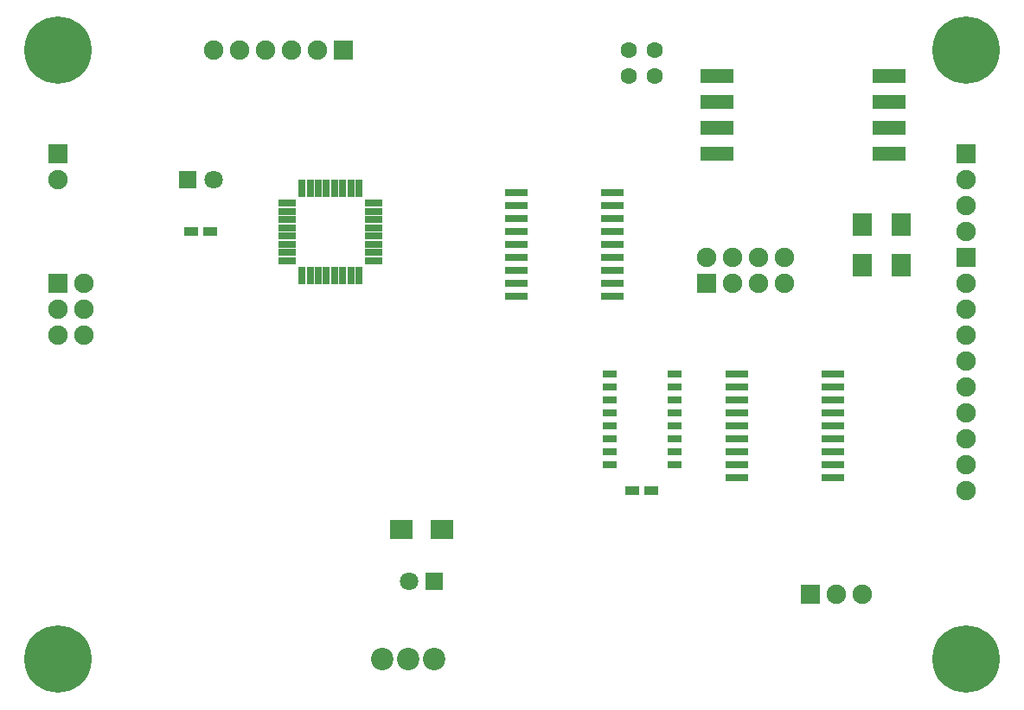
<source format=gts>
G04 #@! TF.FileFunction,Soldermask,Top*
%FSLAX46Y46*%
G04 Gerber Fmt 4.6, Leading zero omitted, Abs format (unit mm)*
G04 Created by KiCad (PCBNEW 4.0.4+e1-6308~48~ubuntu15.10.1-stable) date Tue Feb  7 13:56:33 2017*
%MOMM*%
%LPD*%
G01*
G04 APERTURE LIST*
%ADD10C,0.100000*%
%ADD11C,2.200000*%
%ADD12R,1.343000X0.708000*%
%ADD13R,1.400000X0.950000*%
%ADD14R,1.800000X0.750000*%
%ADD15R,0.750000X1.800000*%
%ADD16C,1.600000*%
%ADD17R,1.900000X1.900000*%
%ADD18O,1.900000X1.900000*%
%ADD19R,1.900000X2.200000*%
%ADD20R,2.200000X0.800000*%
%ADD21R,3.200000X1.400000*%
%ADD22R,1.800000X1.800000*%
%ADD23C,1.800000*%
%ADD24R,2.200000X1.900000*%
%ADD25C,6.600000*%
G04 APERTURE END LIST*
D10*
D11*
X107950000Y-107950000D03*
X110490000Y-107950000D03*
X113030000Y-107950000D03*
D12*
X130175000Y-88900000D03*
X130175000Y-86360000D03*
X130175000Y-85090000D03*
X130175000Y-83820000D03*
X130175000Y-82550000D03*
X130175000Y-81280000D03*
X130175000Y-80010000D03*
X136525000Y-80010000D03*
X136525000Y-81280000D03*
X136525000Y-82550000D03*
X136525000Y-83820000D03*
X136525000Y-85090000D03*
X136525000Y-86360000D03*
X136525000Y-87630000D03*
X136525000Y-88900000D03*
X130175000Y-87630000D03*
D13*
X132400000Y-91440000D03*
X134300000Y-91440000D03*
D14*
X98620000Y-63240000D03*
X98620000Y-64040000D03*
X98620000Y-64840000D03*
X98620000Y-65640000D03*
X98620000Y-66440000D03*
X98620000Y-67240000D03*
X98620000Y-68040000D03*
X98620000Y-68840000D03*
D15*
X100070000Y-70290000D03*
X100870000Y-70290000D03*
X101670000Y-70290000D03*
X102470000Y-70290000D03*
X103270000Y-70290000D03*
X104070000Y-70290000D03*
X104870000Y-70290000D03*
X105670000Y-70290000D03*
D14*
X107120000Y-68840000D03*
X107120000Y-68040000D03*
X107120000Y-67240000D03*
X107120000Y-66440000D03*
X107120000Y-65640000D03*
X107120000Y-64840000D03*
X107120000Y-64040000D03*
X107120000Y-63240000D03*
D15*
X105670000Y-61790000D03*
X104870000Y-61790000D03*
X104070000Y-61790000D03*
X103270000Y-61790000D03*
X102470000Y-61790000D03*
X101670000Y-61790000D03*
X100870000Y-61790000D03*
X100070000Y-61790000D03*
D16*
X132080000Y-48260000D03*
X134620000Y-48260000D03*
X134620000Y-50800000D03*
X132080000Y-50800000D03*
D17*
X76200000Y-58420000D03*
D18*
X76200000Y-60960000D03*
D17*
X149860000Y-101600000D03*
D18*
X152400000Y-101600000D03*
X154940000Y-101600000D03*
D17*
X165100000Y-68580000D03*
D18*
X165100000Y-71120000D03*
X165100000Y-73660000D03*
X165100000Y-76200000D03*
X165100000Y-78740000D03*
X165100000Y-81280000D03*
X165100000Y-83820000D03*
X165100000Y-86360000D03*
X165100000Y-88900000D03*
X165100000Y-91440000D03*
D19*
X154940000Y-69310000D03*
X154940000Y-65310000D03*
X158750000Y-69310000D03*
X158750000Y-65310000D03*
D20*
X142620000Y-80010000D03*
X142620000Y-81280000D03*
X142620000Y-82550000D03*
X142620000Y-83820000D03*
X142620000Y-85090000D03*
X142620000Y-86360000D03*
X142620000Y-87630000D03*
X142620000Y-88900000D03*
X142620000Y-90170000D03*
X152020000Y-90170000D03*
X152020000Y-88900000D03*
X152020000Y-87630000D03*
X152020000Y-86360000D03*
X152020000Y-85090000D03*
X152020000Y-83820000D03*
X152020000Y-82550000D03*
X152020000Y-81280000D03*
X152020000Y-80010000D03*
X121030000Y-62230000D03*
X121030000Y-63500000D03*
X121030000Y-64770000D03*
X121030000Y-66040000D03*
X121030000Y-67310000D03*
X121030000Y-68580000D03*
X121030000Y-69850000D03*
X121030000Y-71120000D03*
X121030000Y-72390000D03*
X130430000Y-72390000D03*
X130430000Y-71120000D03*
X130430000Y-69850000D03*
X130430000Y-68580000D03*
X130430000Y-67310000D03*
X130430000Y-66040000D03*
X130430000Y-64770000D03*
X130430000Y-63500000D03*
X130430000Y-62230000D03*
D17*
X76200000Y-71120000D03*
D18*
X78740000Y-71120000D03*
X76200000Y-73660000D03*
X78740000Y-73660000D03*
X76200000Y-76200000D03*
X78740000Y-76200000D03*
D17*
X139700000Y-71120000D03*
D18*
X139700000Y-68580000D03*
X142240000Y-71120000D03*
X142240000Y-68580000D03*
X144780000Y-71120000D03*
X144780000Y-68580000D03*
X147320000Y-71120000D03*
X147320000Y-68580000D03*
D21*
X157510000Y-58420000D03*
X157510000Y-55880000D03*
X157510000Y-53340000D03*
X157510000Y-50800000D03*
X140710000Y-53340000D03*
X140710000Y-50800000D03*
X140710000Y-55880000D03*
X140710000Y-58420000D03*
D17*
X104140000Y-48260000D03*
D18*
X101600000Y-48260000D03*
X99060000Y-48260000D03*
X96520000Y-48260000D03*
X93980000Y-48260000D03*
X91440000Y-48260000D03*
D17*
X165100000Y-58420000D03*
D18*
X165100000Y-60960000D03*
X165100000Y-63500000D03*
X165100000Y-66040000D03*
D13*
X89220000Y-66040000D03*
X91120000Y-66040000D03*
D22*
X88900000Y-60960000D03*
D23*
X91400000Y-60960000D03*
D22*
X113030000Y-100330000D03*
D23*
X110530000Y-100330000D03*
D24*
X113760000Y-95250000D03*
X109760000Y-95250000D03*
D25*
X76200000Y-48260000D03*
X165100000Y-48260000D03*
X165100000Y-107950000D03*
X76200000Y-107950000D03*
M02*

</source>
